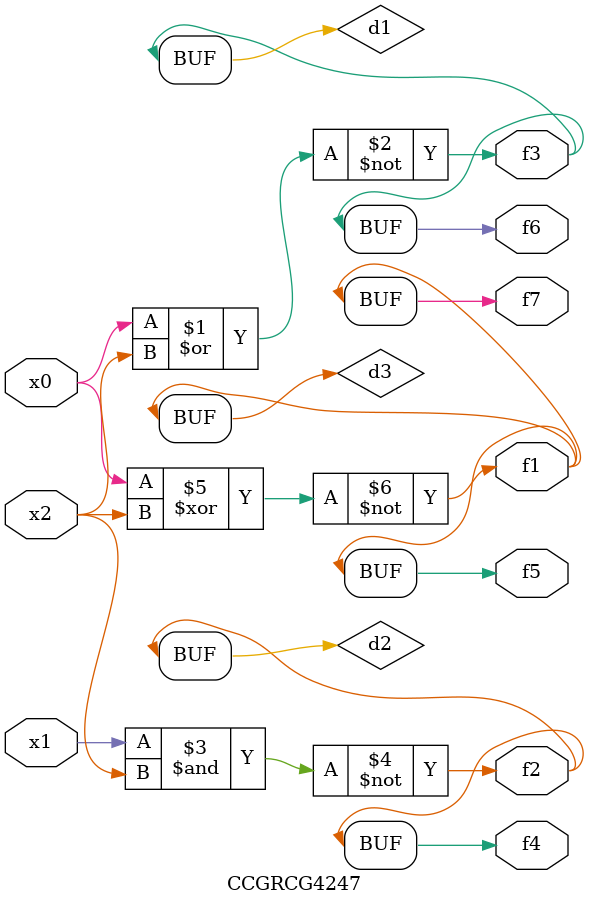
<source format=v>
module CCGRCG4247(
	input x0, x1, x2,
	output f1, f2, f3, f4, f5, f6, f7
);

	wire d1, d2, d3;

	nor (d1, x0, x2);
	nand (d2, x1, x2);
	xnor (d3, x0, x2);
	assign f1 = d3;
	assign f2 = d2;
	assign f3 = d1;
	assign f4 = d2;
	assign f5 = d3;
	assign f6 = d1;
	assign f7 = d3;
endmodule

</source>
